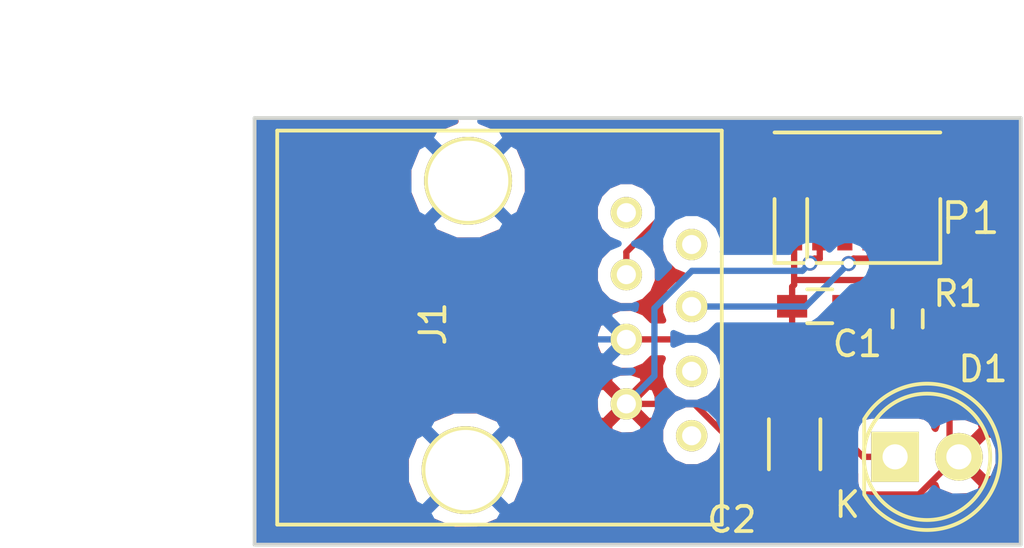
<source format=kicad_pcb>
(kicad_pcb (version 4) (host pcbnew 4.0.1-stable)

  (general
    (links 16)
    (no_connects 0)
    (area 48.924999 28.424999 79.575001 45.575001)
    (thickness 1.6)
    (drawings 6)
    (tracks 62)
    (zones 0)
    (modules 6)
    (nets 11)
  )

  (page A4)
  (layers
    (0 F.Cu signal)
    (31 B.Cu signal)
    (32 B.Adhes user)
    (33 F.Adhes user)
    (34 B.Paste user)
    (35 F.Paste user)
    (36 B.SilkS user)
    (37 F.SilkS user)
    (38 B.Mask user)
    (39 F.Mask user)
    (40 Dwgs.User user)
    (41 Cmts.User user)
    (42 Eco1.User user)
    (43 Eco2.User user)
    (44 Edge.Cuts user)
    (45 Margin user)
    (46 B.CrtYd user)
    (47 F.CrtYd user)
    (48 B.Fab user)
    (49 F.Fab user)
  )

  (setup
    (last_trace_width 0.25)
    (trace_clearance 0.2)
    (zone_clearance 0.508)
    (zone_45_only yes)
    (trace_min 0.2)
    (segment_width 0.2)
    (edge_width 0.15)
    (via_size 0.6)
    (via_drill 0.4)
    (via_min_size 0.4)
    (via_min_drill 0.3)
    (uvia_size 0.3)
    (uvia_drill 0.1)
    (uvias_allowed no)
    (uvia_min_size 0.2)
    (uvia_min_drill 0.1)
    (pcb_text_width 0.3)
    (pcb_text_size 1.5 1.5)
    (mod_edge_width 0.15)
    (mod_text_size 1 1)
    (mod_text_width 0.15)
    (pad_size 1.524 1.524)
    (pad_drill 0.762)
    (pad_to_mask_clearance 0.2)
    (aux_axis_origin 0 0)
    (visible_elements 7FFFFFFF)
    (pcbplotparams
      (layerselection 0x00030_80000001)
      (usegerberextensions false)
      (excludeedgelayer true)
      (linewidth 0.100000)
      (plotframeref false)
      (viasonmask false)
      (mode 1)
      (useauxorigin false)
      (hpglpennumber 1)
      (hpglpenspeed 20)
      (hpglpendiameter 15)
      (hpglpenoverlay 2)
      (psnegative false)
      (psa4output false)
      (plotreference true)
      (plotvalue true)
      (plotinvisibletext false)
      (padsonsilk false)
      (subtractmaskfromsilk false)
      (outputformat 1)
      (mirror false)
      (drillshape 1)
      (scaleselection 1)
      (outputdirectory ""))
  )

  (net 0 "")
  (net 1 +5V)
  (net 2 Earth)
  (net 3 "Net-(D1-Pad1)")
  (net 4 "Net-(J1-Pad7)")
  (net 5 /Tx)
  (net 6 "Net-(J1-Pad3)")
  (net 7 "Net-(J1-Pad1)")
  (net 8 /Rx)
  (net 9 "Net-(J1-Pad8)")
  (net 10 "Net-(P1-Pad6)")

  (net_class Default "This is the default net class."
    (clearance 0.2)
    (trace_width 0.25)
    (via_dia 0.6)
    (via_drill 0.4)
    (uvia_dia 0.3)
    (uvia_drill 0.1)
    (add_net +5V)
    (add_net /Rx)
    (add_net /Tx)
    (add_net Earth)
    (add_net "Net-(D1-Pad1)")
    (add_net "Net-(J1-Pad1)")
    (add_net "Net-(J1-Pad3)")
    (add_net "Net-(J1-Pad7)")
    (add_net "Net-(J1-Pad8)")
    (add_net "Net-(P1-Pad6)")
  )

  (module Capacitors_SMD:C_0603_HandSoldering (layer F.Cu) (tedit 57D5F2A2) (tstamp 57B3B63C)
    (at 75 36.5 90)
    (descr "Capacitor SMD 0603, hand soldering")
    (tags "capacitor 0603")
    (path /57AD048F)
    (attr smd)
    (fp_text reference C1 (at -1 -2 180) (layer F.SilkS)
      (effects (font (size 1 1) (thickness 0.15)))
    )
    (fp_text value 0.1u (at 0 1.9 90) (layer F.Fab)
      (effects (font (size 1 1) (thickness 0.15)))
    )
    (fp_line (start -1.85 -0.75) (end 1.85 -0.75) (layer F.CrtYd) (width 0.05))
    (fp_line (start -1.85 0.75) (end 1.85 0.75) (layer F.CrtYd) (width 0.05))
    (fp_line (start -1.85 -0.75) (end -1.85 0.75) (layer F.CrtYd) (width 0.05))
    (fp_line (start 1.85 -0.75) (end 1.85 0.75) (layer F.CrtYd) (width 0.05))
    (fp_line (start -0.35 -0.6) (end 0.35 -0.6) (layer F.SilkS) (width 0.15))
    (fp_line (start 0.35 0.6) (end -0.35 0.6) (layer F.SilkS) (width 0.15))
    (pad 1 smd rect (at -0.95 0 90) (size 1.2 0.75) (layers F.Cu F.Paste F.Mask)
      (net 1 +5V))
    (pad 2 smd rect (at 0.95 0 90) (size 1.2 0.75) (layers F.Cu F.Paste F.Mask)
      (net 2 Earth))
    (model Capacitors_SMD.3dshapes/C_0603_HandSoldering.wrl
      (at (xyz 0 0 0))
      (scale (xyz 1 1 1))
      (rotate (xyz 0 0 0))
    )
  )

  (module Capacitors_SMD:C_1206_HandSoldering (layer F.Cu) (tedit 57D5F2B7) (tstamp 57B3B642)
    (at 70.5 41.5 90)
    (descr "Capacitor SMD 1206, hand soldering")
    (tags "capacitor 1206")
    (path /57AD04B6)
    (attr smd)
    (fp_text reference C2 (at -3 -2.5 180) (layer F.SilkS)
      (effects (font (size 1 1) (thickness 0.15)))
    )
    (fp_text value 10u (at 0 2.3 90) (layer F.Fab)
      (effects (font (size 1 1) (thickness 0.15)))
    )
    (fp_line (start -3.3 -1.15) (end 3.3 -1.15) (layer F.CrtYd) (width 0.05))
    (fp_line (start -3.3 1.15) (end 3.3 1.15) (layer F.CrtYd) (width 0.05))
    (fp_line (start -3.3 -1.15) (end -3.3 1.15) (layer F.CrtYd) (width 0.05))
    (fp_line (start 3.3 -1.15) (end 3.3 1.15) (layer F.CrtYd) (width 0.05))
    (fp_line (start 1 -1.025) (end -1 -1.025) (layer F.SilkS) (width 0.15))
    (fp_line (start -1 1.025) (end 1 1.025) (layer F.SilkS) (width 0.15))
    (pad 1 smd rect (at -2 0 90) (size 2 1.6) (layers F.Cu F.Paste F.Mask)
      (net 1 +5V))
    (pad 2 smd rect (at 2 0 90) (size 2 1.6) (layers F.Cu F.Paste F.Mask)
      (net 2 Earth))
    (model Capacitors_SMD.3dshapes/C_1206_HandSoldering.wrl
      (at (xyz 0 0 0))
      (scale (xyz 1 1 1))
      (rotate (xyz 0 0 0))
    )
  )

  (module LEDs:LED-5MM (layer F.Cu) (tedit 57D5F292) (tstamp 57B3B648)
    (at 74.5 42)
    (descr "LED 5mm round vertical")
    (tags "LED 5mm round vertical")
    (path /57AD06F7)
    (fp_text reference D1 (at 3.5 -3.5) (layer F.SilkS)
      (effects (font (size 1 1) (thickness 0.15)))
    )
    (fp_text value LED (at 1.524 -3.937) (layer F.Fab)
      (effects (font (size 1 1) (thickness 0.15)))
    )
    (fp_line (start -1.5 -1.55) (end -1.5 1.55) (layer F.CrtYd) (width 0.05))
    (fp_arc (start 1.3 0) (end -1.5 1.55) (angle -302) (layer F.CrtYd) (width 0.05))
    (fp_arc (start 1.27 0) (end -1.23 -1.5) (angle 297.5) (layer F.SilkS) (width 0.15))
    (fp_line (start -1.23 1.5) (end -1.23 -1.5) (layer F.SilkS) (width 0.15))
    (fp_circle (center 1.27 0) (end 0.97 -2.5) (layer F.SilkS) (width 0.15))
    (fp_text user K (at -1.905 1.905) (layer F.SilkS)
      (effects (font (size 1 1) (thickness 0.15)))
    )
    (pad 1 thru_hole rect (at 0 0 90) (size 2 1.9) (drill 1.00076) (layers *.Cu *.Mask F.SilkS)
      (net 3 "Net-(D1-Pad1)"))
    (pad 2 thru_hole circle (at 2.54 0) (size 1.9 1.9) (drill 1.00076) (layers *.Cu *.Mask F.SilkS)
      (net 1 +5V))
    (model LEDs.3dshapes/LED-5MM.wrl
      (at (xyz 0.05 0 0))
      (scale (xyz 1 1 1))
      (rotate (xyz 0 0 90))
    )
  )

  (module Libraries:RJ45_Header (layer F.Cu) (tedit 57AD1F28) (tstamp 57B3B656)
    (at 57.5 31 270)
    (path /57AD03A7)
    (fp_text reference J1 (at 5.7 1.4 270) (layer F.SilkS)
      (effects (font (size 1 1) (thickness 0.15)))
    )
    (fp_text value RJ45 (at 5.6 -2.5 270) (layer F.Fab)
      (effects (font (size 1 1) (thickness 0.15)))
    )
    (fp_line (start -2 7.6) (end -2 -10.1) (layer F.SilkS) (width 0.15))
    (fp_line (start -2 -10.1) (end 13.7 -10.1) (layer F.SilkS) (width 0.15))
    (fp_line (start 13.7 -10.1) (end 13.7 7.6) (layer F.SilkS) (width 0.15))
    (fp_line (start 13.7 7.6) (end -2 7.6) (layer F.SilkS) (width 0.15))
    (pad 7 thru_hole circle (at 2.54 -8.9 270) (size 1.25 1.25) (drill 0.76) (layers *.Cu *.Mask F.SilkS)
      (net 4 "Net-(J1-Pad7)"))
    (pad 5 thru_hole circle (at 5.01 -8.9 270) (size 1.25 1.25) (drill 0.76) (layers *.Cu *.Mask F.SilkS)
      (net 5 /Tx))
    (pad 3 thru_hole circle (at 7.59 -8.9 270) (size 1.25 1.25) (drill 0.76) (layers *.Cu *.Mask F.SilkS)
      (net 6 "Net-(J1-Pad3)"))
    (pad 1 thru_hole circle (at 10.16 -8.9 270) (size 1.25 1.25) (drill 0.76) (layers *.Cu *.Mask F.SilkS)
      (net 7 "Net-(J1-Pad1)"))
    (pad 2 thru_hole circle (at 8.89 -6.3 270) (size 1.25 1.25) (drill 0.76) (layers *.Cu *.Mask F.SilkS)
      (net 1 +5V))
    (pad 4 thru_hole circle (at 6.32 -6.3 270) (size 1.25 1.25) (drill 0.76) (layers *.Cu *.Mask F.SilkS)
      (net 2 Earth))
    (pad 6 thru_hole circle (at 3.74 -6.3 270) (size 1.25 1.25) (drill 0.76) (layers *.Cu *.Mask F.SilkS)
      (net 8 /Rx))
    (pad 9 thru_hole circle (at 11.53 0.1 270) (size 3.5 3.5) (drill 3.2) (layers *.Cu *.Mask F.SilkS)
      (net 2 Earth))
    (pad 9 thru_hole circle (at 0 0 270) (size 3.5 3.5) (drill 3.2) (layers *.Cu *.Mask F.SilkS)
      (net 2 Earth))
    (pad 8 thru_hole circle (at 1.27 -6.3 270) (size 1.25 1.25) (drill 0.76) (layers *.Cu *.Mask F.SilkS)
      (net 9 "Net-(J1-Pad8)"))
  )

  (module Libraries:JST-6 (layer F.Cu) (tedit 57D5F2B1) (tstamp 57B3B667)
    (at 73 33)
    (path /57AD01F4)
    (fp_text reference P1 (at 4.5 -0.5) (layer F.SilkS)
      (effects (font (size 1.2 1.2) (thickness 0.15)))
    )
    (fp_text value CONN_01X06 (at 0 -2.475) (layer F.Fab)
      (effects (font (size 1.2 1.2) (thickness 0.15)))
    )
    (fp_line (start -3.3 -3.925) (end 3.3 -3.925) (layer F.SilkS) (width 0.15))
    (fp_line (start 3.3 -1.275) (end 3.3 1.275) (layer F.SilkS) (width 0.15))
    (fp_line (start 3.3 1.275) (end -3.3 1.275) (layer F.SilkS) (width 0.15))
    (fp_line (start -3.3 1.275) (end -3.3 -1.275) (layer F.SilkS) (width 0.15))
    (fp_line (start -2 -1.275) (end -2 1.275) (layer F.SilkS) (width 0.15))
    (pad 6 smd rect (at 3.8 -2.6) (size 1.2 1.8) (layers F.Cu F.Paste F.Mask)
      (net 10 "Net-(P1-Pad6)"))
    (pad 1 smd rect (at -2.5 0) (size 0.6 1.55) (layers F.Cu F.Paste F.Mask)
      (net 2 Earth))
    (pad 2 smd rect (at -1.5 0) (size 0.6 1.55) (layers F.Cu F.Paste F.Mask)
      (net 1 +5V))
    (pad 3 smd rect (at -0.5 0) (size 0.6 1.55) (layers F.Cu F.Paste F.Mask)
      (net 8 /Rx))
    (pad 4 smd rect (at 0.5 0) (size 0.6 1.55) (layers F.Cu F.Paste F.Mask)
      (net 5 /Tx))
    (pad 5 smd rect (at 1.5 0) (size 0.6 1.55) (layers F.Cu F.Paste F.Mask)
      (net 2 Earth))
    (pad 6 smd rect (at 2.5 0) (size 0.6 1.55) (layers F.Cu F.Paste F.Mask)
      (net 10 "Net-(P1-Pad6)"))
    (pad 1 smd rect (at -3.8 -2.55) (size 1.2 1.8) (layers F.Cu F.Paste F.Mask)
      (net 2 Earth))
  )

  (module Resistors_SMD:R_0603_HandSoldering (layer F.Cu) (tedit 57D5F29E) (tstamp 57B3B66D)
    (at 71.5 36 180)
    (descr "Resistor SMD 0603, hand soldering")
    (tags "resistor 0603")
    (path /57AD0800)
    (attr smd)
    (fp_text reference R1 (at -5.5 0.5 180) (layer F.SilkS)
      (effects (font (size 1 1) (thickness 0.15)))
    )
    (fp_text value 150 (at 0 1.9 180) (layer F.Fab)
      (effects (font (size 1 1) (thickness 0.15)))
    )
    (fp_line (start -2 -0.8) (end 2 -0.8) (layer F.CrtYd) (width 0.05))
    (fp_line (start -2 0.8) (end 2 0.8) (layer F.CrtYd) (width 0.05))
    (fp_line (start -2 -0.8) (end -2 0.8) (layer F.CrtYd) (width 0.05))
    (fp_line (start 2 -0.8) (end 2 0.8) (layer F.CrtYd) (width 0.05))
    (fp_line (start 0.5 0.675) (end -0.5 0.675) (layer F.SilkS) (width 0.15))
    (fp_line (start -0.5 -0.675) (end 0.5 -0.675) (layer F.SilkS) (width 0.15))
    (pad 1 smd rect (at -1.1 0 180) (size 1.2 0.9) (layers F.Cu F.Paste F.Mask)
      (net 3 "Net-(D1-Pad1)"))
    (pad 2 smd rect (at 1.1 0 180) (size 1.2 0.9) (layers F.Cu F.Paste F.Mask)
      (net 2 Earth))
    (model Resistors_SMD.3dshapes/R_0603_HandSoldering.wrl
      (at (xyz 0 0 0))
      (scale (xyz 1 1 1))
      (rotate (xyz 0 0 0))
    )
  )

  (dimension 17 (width 0.3) (layer Cmts.User)
    (gr_text "17.000 mm" (at 45.15 37 270) (layer Cmts.User)
      (effects (font (size 1.5 1.5) (thickness 0.3)))
    )
    (feature1 (pts (xy 49 45.5) (xy 43.8 45.5)))
    (feature2 (pts (xy 49 28.5) (xy 43.8 28.5)))
    (crossbar (pts (xy 46.5 28.5) (xy 46.5 45.5)))
    (arrow1a (pts (xy 46.5 45.5) (xy 45.913579 44.373496)))
    (arrow1b (pts (xy 46.5 45.5) (xy 47.086421 44.373496)))
    (arrow2a (pts (xy 46.5 28.5) (xy 45.913579 29.626504)))
    (arrow2b (pts (xy 46.5 28.5) (xy 47.086421 29.626504)))
  )
  (dimension 30.5 (width 0.3) (layer Cmts.User)
    (gr_text "30.500 mm" (at 64.25 25.65) (layer Cmts.User)
      (effects (font (size 1.5 1.5) (thickness 0.3)))
    )
    (feature1 (pts (xy 79.5 28.5) (xy 79.5 24.3)))
    (feature2 (pts (xy 49 28.5) (xy 49 24.3)))
    (crossbar (pts (xy 49 27) (xy 79.5 27)))
    (arrow1a (pts (xy 79.5 27) (xy 78.373496 27.586421)))
    (arrow1b (pts (xy 79.5 27) (xy 78.373496 26.413579)))
    (arrow2a (pts (xy 49 27) (xy 50.126504 27.586421)))
    (arrow2b (pts (xy 49 27) (xy 50.126504 26.413579)))
  )
  (gr_line (start 79.5 28.5) (end 49 28.5) (angle 90) (layer Edge.Cuts) (width 0.15))
  (gr_line (start 79.5 45.5) (end 79.5 28.5) (angle 90) (layer Edge.Cuts) (width 0.15))
  (gr_line (start 49 45.5) (end 79.5 45.5) (angle 90) (layer Edge.Cuts) (width 0.15))
  (gr_line (start 49 28.5) (end 49 45.5) (angle 90) (layer Edge.Cuts) (width 0.15))

  (via (at 71.1115 34.283) (size 0.6) (layers F.Cu B.Cu) (net 1))
  (segment (start 66.5032 39.89) (end 63.8 39.89) (width 0.25) (layer F.Cu) (net 1))
  (segment (start 69.3747 42.7615) (end 66.5032 39.89) (width 0.25) (layer F.Cu) (net 1))
  (segment (start 69.3747 43.5) (end 69.3747 42.7615) (width 0.25) (layer F.Cu) (net 1))
  (segment (start 70.5 43.5) (end 69.3747 43.5) (width 0.25) (layer F.Cu) (net 1))
  (segment (start 76.6676 42.2793) (end 76.6676 42) (width 0.25) (layer F.Cu) (net 1))
  (segment (start 75.4469 43.5) (end 76.6676 42.2793) (width 0.25) (layer F.Cu) (net 1))
  (segment (start 70.5 43.5) (end 75.4469 43.5) (width 0.25) (layer F.Cu) (net 1))
  (segment (start 76.6676 42) (end 77.04 42) (width 0.25) (layer F.Cu) (net 1))
  (segment (start 76.6676 38.4173) (end 75.7003 37.45) (width 0.25) (layer F.Cu) (net 1))
  (segment (start 76.6676 42) (end 76.6676 38.4173) (width 0.25) (layer F.Cu) (net 1))
  (segment (start 75 37.45) (end 75.7003 37.45) (width 0.25) (layer F.Cu) (net 1))
  (segment (start 71.5 33) (end 71.5 34.1003) (width 0.25) (layer F.Cu) (net 1))
  (segment (start 70.8069 34.5876) (end 71.1115 34.283) (width 0.25) (layer B.Cu) (net 1))
  (segment (start 66.4115 34.5876) (end 70.8069 34.5876) (width 0.25) (layer B.Cu) (net 1))
  (segment (start 64.9183 36.0808) (end 66.4115 34.5876) (width 0.25) (layer B.Cu) (net 1))
  (segment (start 64.9183 38.7717) (end 64.9183 36.0808) (width 0.25) (layer B.Cu) (net 1))
  (segment (start 63.8 39.89) (end 64.9183 38.7717) (width 0.25) (layer B.Cu) (net 1))
  (segment (start 71.2942 34.1003) (end 71.1115 34.283) (width 0.25) (layer F.Cu) (net 1))
  (segment (start 71.5 34.1003) (end 71.2942 34.1003) (width 0.25) (layer F.Cu) (net 1))
  (segment (start 75 35.55) (end 75 34.6247) (width 0.25) (layer F.Cu) (net 2))
  (segment (start 74.5 33) (end 74.5 34.1247) (width 0.25) (layer F.Cu) (net 2))
  (segment (start 74.5 34.1247) (end 75 34.6247) (width 0.25) (layer F.Cu) (net 2))
  (segment (start 63.8 37.32) (end 61.855 37.32) (width 0.25) (layer B.Cu) (net 2))
  (segment (start 61.855 35.355) (end 61.855 37.32) (width 0.25) (layer B.Cu) (net 2))
  (segment (start 57.5 31) (end 61.855 35.355) (width 0.25) (layer B.Cu) (net 2))
  (segment (start 61.855 38.075) (end 57.4 42.53) (width 0.25) (layer B.Cu) (net 2))
  (segment (start 61.855 37.32) (end 61.855 38.075) (width 0.25) (layer B.Cu) (net 2))
  (segment (start 70.5 39.5) (end 70.5 38.1747) (width 0.25) (layer F.Cu) (net 2))
  (segment (start 63.8 37.32) (end 70.4 37.32) (width 0.25) (layer F.Cu) (net 2))
  (segment (start 70.4 38.0747) (end 70.5 38.1747) (width 0.25) (layer F.Cu) (net 2))
  (segment (start 70.4 37.32) (end 70.4 38.0747) (width 0.25) (layer F.Cu) (net 2))
  (segment (start 70.4 36) (end 70.4 37.32) (width 0.25) (layer F.Cu) (net 2))
  (segment (start 73.6711 34.9536) (end 74.5 34.1247) (width 0.25) (layer F.Cu) (net 2))
  (segment (start 70.4799 34.9536) (end 73.6711 34.9536) (width 0.25) (layer F.Cu) (net 2))
  (segment (start 70.4799 35.1448) (end 70.4 35.2247) (width 0.25) (layer F.Cu) (net 2))
  (segment (start 70.4799 34.9536) (end 70.4799 35.1448) (width 0.25) (layer F.Cu) (net 2))
  (segment (start 70.4 36) (end 70.4 35.2247) (width 0.25) (layer F.Cu) (net 2))
  (segment (start 70.4799 33.0201) (end 70.4799 34.9536) (width 0.25) (layer F.Cu) (net 2))
  (segment (start 70.5 33) (end 70.4799 33.0201) (width 0.25) (layer F.Cu) (net 2))
  (segment (start 70.2756 31.6753) (end 69.2 31.6753) (width 0.25) (layer F.Cu) (net 2))
  (segment (start 70.5 31.8997) (end 70.2756 31.6753) (width 0.25) (layer F.Cu) (net 2))
  (segment (start 70.5 33) (end 70.5 31.8997) (width 0.25) (layer F.Cu) (net 2))
  (segment (start 69.2 30.45) (end 69.2 31.6753) (width 0.25) (layer F.Cu) (net 2))
  (segment (start 72.6 41.3753) (end 73.2247 42) (width 0.25) (layer F.Cu) (net 3))
  (segment (start 72.6 36) (end 72.6 41.3753) (width 0.25) (layer F.Cu) (net 3))
  (segment (start 74.5 42) (end 73.2247 42) (width 0.25) (layer F.Cu) (net 3))
  (via (at 72.6483 34.2987) (size 0.6) (layers F.Cu B.Cu) (net 5))
  (segment (start 73.5 33) (end 73.5 34.1003) (width 0.25) (layer F.Cu) (net 5))
  (segment (start 70.937 36.01) (end 72.6483 34.2987) (width 0.25) (layer B.Cu) (net 5))
  (segment (start 66.4 36.01) (end 70.937 36.01) (width 0.25) (layer B.Cu) (net 5))
  (segment (start 72.8467 34.1003) (end 72.6483 34.2987) (width 0.25) (layer F.Cu) (net 5))
  (segment (start 73.5 34.1003) (end 72.8467 34.1003) (width 0.25) (layer F.Cu) (net 5))
  (segment (start 72.5 31.7429) (end 72.5 33) (width 0.25) (layer F.Cu) (net 8))
  (segment (start 69.9817 29.2246) (end 72.5 31.7429) (width 0.25) (layer F.Cu) (net 8))
  (segment (start 68.4174 29.2246) (end 69.9817 29.2246) (width 0.25) (layer F.Cu) (net 8))
  (segment (start 63.8 33.842) (end 68.4174 29.2246) (width 0.25) (layer F.Cu) (net 8))
  (segment (start 63.8 34.74) (end 63.8 33.842) (width 0.25) (layer F.Cu) (net 8))
  (segment (start 75.7744 31.6253) (end 76.8 31.6253) (width 0.25) (layer F.Cu) (net 10))
  (segment (start 75.5 31.8997) (end 75.7744 31.6253) (width 0.25) (layer F.Cu) (net 10))
  (segment (start 75.5 33) (end 75.5 31.8997) (width 0.25) (layer F.Cu) (net 10))
  (segment (start 76.8 30.4) (end 76.8 31.6253) (width 0.25) (layer F.Cu) (net 10))

  (zone (net 2) (net_name Earth) (layer B.Cu) (tstamp 57B3B7B3) (hatch edge 0.508)
    (connect_pads (clearance 0.508))
    (min_thickness 0.254)
    (fill yes (arc_segments 16) (thermal_gap 0.508) (thermal_bridge_width 0.508))
    (polygon
      (pts
        (xy 49.5 28.5) (xy 79.5 28.5) (xy 79.5 45.5) (xy 49 45.5) (xy 49 28.5)
        (xy 50 28.5) (xy 52 28.5)
      )
    )
    (filled_polygon
      (pts
        (xy 56.175364 28.960729) (xy 55.985077 29.305472) (xy 57.5 30.820395) (xy 59.014923 29.305472) (xy 58.824636 28.960729)
        (xy 57.988402 28.627) (xy 79.373 28.627) (xy 79.373 45.373) (xy 49.127 45.373) (xy 49.127 44.224528)
        (xy 55.885077 44.224528) (xy 56.075364 44.569271) (xy 56.956591 44.920956) (xy 57.905323 44.908641) (xy 58.724636 44.569271)
        (xy 58.914923 44.224528) (xy 57.4 42.709605) (xy 55.885077 44.224528) (xy 49.127 44.224528) (xy 49.127 42.086591)
        (xy 55.009044 42.086591) (xy 55.021359 43.035323) (xy 55.360729 43.854636) (xy 55.705472 44.044923) (xy 57.220395 42.53)
        (xy 57.579605 42.53) (xy 59.094528 44.044923) (xy 59.439271 43.854636) (xy 59.790956 42.973409) (xy 59.778641 42.024677)
        (xy 59.52384 41.40953) (xy 65.139782 41.40953) (xy 65.331201 41.8728) (xy 65.685335 42.227553) (xy 66.148271 42.419781)
        (xy 66.64953 42.420218) (xy 67.1128 42.228799) (xy 67.467553 41.874665) (xy 67.659781 41.411729) (xy 67.660139 41)
        (xy 72.90256 41) (xy 72.90256 43) (xy 72.946838 43.235317) (xy 73.08591 43.451441) (xy 73.29811 43.596431)
        (xy 73.55 43.64744) (xy 75.45 43.64744) (xy 75.685317 43.603162) (xy 75.901441 43.46409) (xy 76.046431 43.25189)
        (xy 76.047055 43.248808) (xy 76.140997 43.342914) (xy 76.723341 43.584724) (xy 77.353893 43.585275) (xy 77.936657 43.344481)
        (xy 78.382914 42.899003) (xy 78.624724 42.316659) (xy 78.625275 41.686107) (xy 78.384481 41.103343) (xy 77.939003 40.657086)
        (xy 77.356659 40.415276) (xy 76.726107 40.414725) (xy 76.143343 40.655519) (xy 76.045663 40.753029) (xy 75.91409 40.548559)
        (xy 75.70189 40.403569) (xy 75.45 40.35256) (xy 73.55 40.35256) (xy 73.314683 40.396838) (xy 73.098559 40.53591)
        (xy 72.953569 40.74811) (xy 72.90256 41) (xy 67.660139 41) (xy 67.660218 40.91047) (xy 67.468799 40.4472)
        (xy 67.114665 40.092447) (xy 66.651729 39.900219) (xy 66.15047 39.899782) (xy 65.6872 40.091201) (xy 65.332447 40.445335)
        (xy 65.140219 40.908271) (xy 65.139782 41.40953) (xy 59.52384 41.40953) (xy 59.439271 41.205364) (xy 59.094528 41.015077)
        (xy 57.579605 42.53) (xy 57.220395 42.53) (xy 55.705472 41.015077) (xy 55.360729 41.205364) (xy 55.009044 42.086591)
        (xy 49.127 42.086591) (xy 49.127 40.835472) (xy 55.885077 40.835472) (xy 57.4 42.350395) (xy 58.914923 40.835472)
        (xy 58.724636 40.490729) (xy 57.843409 40.139044) (xy 56.894677 40.151359) (xy 56.075364 40.490729) (xy 55.885077 40.835472)
        (xy 49.127 40.835472) (xy 49.127 37.145056) (xy 62.527283 37.145056) (xy 62.557215 37.64542) (xy 62.69111 37.968675)
        (xy 62.919122 38.021273) (xy 63.620395 37.32) (xy 62.919122 36.618727) (xy 62.69111 36.671325) (xy 62.527283 37.145056)
        (xy 49.127 37.145056) (xy 49.127 32.694528) (xy 55.985077 32.694528) (xy 56.175364 33.039271) (xy 57.056591 33.390956)
        (xy 58.005323 33.378641) (xy 58.824636 33.039271) (xy 59.014923 32.694528) (xy 58.839925 32.51953) (xy 62.539782 32.51953)
        (xy 62.731201 32.9828) (xy 63.085335 33.337553) (xy 63.489014 33.505175) (xy 63.0872 33.671201) (xy 62.732447 34.025335)
        (xy 62.540219 34.488271) (xy 62.539782 34.98953) (xy 62.731201 35.4528) (xy 63.085335 35.807553) (xy 63.548271 35.999781)
        (xy 64.04953 36.000218) (xy 64.185505 35.944035) (xy 64.1583 36.0808) (xy 64.1583 36.110692) (xy 63.974944 36.047283)
        (xy 63.47458 36.077215) (xy 63.151325 36.21111) (xy 63.098727 36.439122) (xy 63.8 37.140395) (xy 63.814143 37.126253)
        (xy 63.993748 37.305858) (xy 63.979605 37.32) (xy 63.993748 37.334143) (xy 63.814143 37.513748) (xy 63.8 37.499605)
        (xy 63.098727 38.200878) (xy 63.151325 38.42889) (xy 63.625056 38.592717) (xy 64.047768 38.56743) (xy 63.985037 38.630161)
        (xy 63.55047 38.629782) (xy 63.0872 38.821201) (xy 62.732447 39.175335) (xy 62.540219 39.638271) (xy 62.539782 40.13953)
        (xy 62.731201 40.6028) (xy 63.085335 40.957553) (xy 63.548271 41.149781) (xy 64.04953 41.150218) (xy 64.5128 40.958799)
        (xy 64.867553 40.604665) (xy 65.059781 40.141729) (xy 65.060162 39.70464) (xy 65.396544 39.368258) (xy 65.685335 39.657553)
        (xy 66.148271 39.849781) (xy 66.64953 39.850218) (xy 67.1128 39.658799) (xy 67.467553 39.304665) (xy 67.659781 38.841729)
        (xy 67.660218 38.34047) (xy 67.468799 37.8772) (xy 67.114665 37.522447) (xy 66.651729 37.330219) (xy 66.15047 37.329782)
        (xy 65.6872 37.521201) (xy 65.6783 37.530085) (xy 65.6783 37.070506) (xy 65.685335 37.077553) (xy 66.148271 37.269781)
        (xy 66.64953 37.270218) (xy 67.1128 37.078799) (xy 67.422139 36.77) (xy 70.937 36.77) (xy 71.227839 36.712148)
        (xy 71.474401 36.547401) (xy 72.78798 35.233822) (xy 72.833467 35.233862) (xy 73.177243 35.091817) (xy 73.440492 34.829027)
        (xy 73.583138 34.485499) (xy 73.583462 34.113533) (xy 73.441417 33.769757) (xy 73.178627 33.506508) (xy 72.835099 33.363862)
        (xy 72.463133 33.363538) (xy 72.119357 33.505583) (xy 71.887563 33.736973) (xy 71.641827 33.490808) (xy 71.298299 33.348162)
        (xy 70.926333 33.347838) (xy 70.582557 33.489883) (xy 70.319308 33.752673) (xy 70.288195 33.8276) (xy 67.644886 33.8276)
        (xy 67.659781 33.791729) (xy 67.660218 33.29047) (xy 67.468799 32.8272) (xy 67.114665 32.472447) (xy 66.651729 32.280219)
        (xy 66.15047 32.279782) (xy 65.6872 32.471201) (xy 65.332447 32.825335) (xy 65.140219 33.288271) (xy 65.139782 33.78953)
        (xy 65.331201 34.2528) (xy 65.501201 34.423097) (xy 65.059892 34.864406) (xy 65.060218 34.49047) (xy 64.868799 34.0272)
        (xy 64.514665 33.672447) (xy 64.110986 33.504825) (xy 64.5128 33.338799) (xy 64.867553 32.984665) (xy 65.059781 32.521729)
        (xy 65.060218 32.02047) (xy 64.868799 31.5572) (xy 64.514665 31.202447) (xy 64.051729 31.010219) (xy 63.55047 31.009782)
        (xy 63.0872 31.201201) (xy 62.732447 31.555335) (xy 62.540219 32.018271) (xy 62.539782 32.51953) (xy 58.839925 32.51953)
        (xy 57.5 31.179605) (xy 55.985077 32.694528) (xy 49.127 32.694528) (xy 49.127 30.556591) (xy 55.109044 30.556591)
        (xy 55.121359 31.505323) (xy 55.460729 32.324636) (xy 55.805472 32.514923) (xy 57.320395 31) (xy 57.679605 31)
        (xy 59.194528 32.514923) (xy 59.539271 32.324636) (xy 59.890956 31.443409) (xy 59.878641 30.494677) (xy 59.539271 29.675364)
        (xy 59.194528 29.485077) (xy 57.679605 31) (xy 57.320395 31) (xy 55.805472 29.485077) (xy 55.460729 29.675364)
        (xy 55.109044 30.556591) (xy 49.127 30.556591) (xy 49.127 28.627) (xy 56.981058 28.627)
      )
    )
  )
  (zone (net 1) (net_name +5V) (layer F.Cu) (tstamp 57B3B7CA) (hatch edge 0.508)
    (connect_pads (clearance 0.508))
    (min_thickness 0.254)
    (fill yes (arc_segments 16) (thermal_gap 0.508) (thermal_bridge_width 0.508))
    (polygon
      (pts
        (xy 79.5 45.5) (xy 49 45.5) (xy 49 28.5) (xy 79.5 28.5) (xy 79.5 45.5)
      )
    )
    (filled_polygon
      (pts
        (xy 56.150771 28.976916) (xy 55.479274 29.647242) (xy 55.115415 30.523513) (xy 55.114587 31.472325) (xy 55.476916 32.349229)
        (xy 56.147242 33.020726) (xy 57.023513 33.384585) (xy 57.972325 33.385413) (xy 58.849229 33.023084) (xy 59.520726 32.352758)
        (xy 59.884585 31.476487) (xy 59.885413 30.527675) (xy 59.523084 29.650771) (xy 58.852758 28.979274) (xy 58.004387 28.627)
        (xy 67.970093 28.627) (xy 67.879999 28.687199) (xy 64.910083 31.657115) (xy 64.868799 31.5572) (xy 64.514665 31.202447)
        (xy 64.051729 31.010219) (xy 63.55047 31.009782) (xy 63.0872 31.201201) (xy 62.732447 31.555335) (xy 62.540219 32.018271)
        (xy 62.539782 32.51953) (xy 62.731201 32.9828) (xy 63.085335 33.337553) (xy 63.206862 33.388015) (xy 63.097852 33.551161)
        (xy 63.070697 33.687675) (xy 62.732447 34.025335) (xy 62.540219 34.488271) (xy 62.539782 34.98953) (xy 62.731201 35.4528)
        (xy 63.085335 35.807553) (xy 63.548271 35.999781) (xy 64.04953 36.000218) (xy 64.5128 35.808799) (xy 64.867553 35.454665)
        (xy 65.059781 34.991729) (xy 65.060218 34.49047) (xy 64.868799 34.0272) (xy 64.779279 33.937523) (xy 65.139967 33.576835)
        (xy 65.139782 33.78953) (xy 65.331201 34.2528) (xy 65.685335 34.607553) (xy 66.089014 34.775175) (xy 65.6872 34.941201)
        (xy 65.332447 35.295335) (xy 65.140219 35.758271) (xy 65.139782 36.25953) (xy 65.263934 36.56) (xy 64.821681 36.56)
        (xy 64.514665 36.252447) (xy 64.051729 36.060219) (xy 63.55047 36.059782) (xy 63.0872 36.251201) (xy 62.732447 36.605335)
        (xy 62.540219 37.068271) (xy 62.539782 37.56953) (xy 62.731201 38.0328) (xy 63.085335 38.387553) (xy 63.548271 38.579781)
        (xy 64.04953 38.580218) (xy 64.5128 38.388799) (xy 64.822139 38.08) (xy 65.247463 38.08) (xy 65.140219 38.338271)
        (xy 65.139782 38.83953) (xy 65.331201 39.3028) (xy 65.685335 39.657553) (xy 66.148271 39.849781) (xy 66.64953 39.850218)
        (xy 67.1128 39.658799) (xy 67.467553 39.304665) (xy 67.659781 38.841729) (xy 67.660218 38.34047) (xy 67.552594 38.08)
        (xy 69.218434 38.08) (xy 69.103569 38.24811) (xy 69.05256 38.5) (xy 69.05256 40.5) (xy 69.096838 40.735317)
        (xy 69.23591 40.951441) (xy 69.44811 41.096431) (xy 69.7 41.14744) (xy 71.3 41.14744) (xy 71.535317 41.103162)
        (xy 71.751441 40.96409) (xy 71.84 40.83448) (xy 71.84 41.3753) (xy 71.897852 41.666139) (xy 72.062599 41.912701)
        (xy 72.687299 42.537401) (xy 72.90256 42.681234) (xy 72.90256 43) (xy 72.946838 43.235317) (xy 73.08591 43.451441)
        (xy 73.29811 43.596431) (xy 73.55 43.64744) (xy 75.45 43.64744) (xy 75.685317 43.603162) (xy 75.901441 43.46409)
        (xy 76.046431 43.25189) (xy 76.066418 43.15319) (xy 76.103256 43.116352) (xy 76.195792 43.378019) (xy 76.787398 43.596188)
        (xy 77.417461 43.571352) (xy 77.884208 43.378019) (xy 77.976745 43.11635) (xy 77.04 42.179605) (xy 77.025858 42.193748)
        (xy 76.846253 42.014143) (xy 76.860395 42) (xy 77.219605 42) (xy 78.15635 42.936745) (xy 78.418019 42.844208)
        (xy 78.636188 42.252602) (xy 78.611352 41.622539) (xy 78.418019 41.155792) (xy 78.15635 41.063255) (xy 77.219605 42)
        (xy 76.860395 42) (xy 76.846253 41.985858) (xy 77.025858 41.806253) (xy 77.04 41.820395) (xy 77.976745 40.88365)
        (xy 77.884208 40.621981) (xy 77.292602 40.403812) (xy 76.662539 40.428648) (xy 76.195792 40.621981) (xy 76.103256 40.883648)
        (xy 76.069125 40.849517) (xy 76.053162 40.764683) (xy 75.91409 40.548559) (xy 75.70189 40.403569) (xy 75.45 40.35256)
        (xy 73.55 40.35256) (xy 73.36 40.388311) (xy 73.36 37.73575) (xy 73.99 37.73575) (xy 73.99 38.176309)
        (xy 74.086673 38.409698) (xy 74.265301 38.588327) (xy 74.49869 38.685) (xy 74.71425 38.685) (xy 74.873 38.52625)
        (xy 74.873 37.577) (xy 75.127 37.577) (xy 75.127 38.52625) (xy 75.28575 38.685) (xy 75.50131 38.685)
        (xy 75.734699 38.588327) (xy 75.913327 38.409698) (xy 76.01 38.176309) (xy 76.01 37.73575) (xy 75.85125 37.577)
        (xy 75.127 37.577) (xy 74.873 37.577) (xy 74.14875 37.577) (xy 73.99 37.73575) (xy 73.36 37.73575)
        (xy 73.36 37.067334) (xy 73.435317 37.053162) (xy 73.651441 36.91409) (xy 73.796431 36.70189) (xy 73.84744 36.45)
        (xy 73.84744 35.678523) (xy 73.961939 35.655748) (xy 73.97756 35.64531) (xy 73.97756 36.15) (xy 74.021838 36.385317)
        (xy 74.088329 36.488646) (xy 74.086673 36.490302) (xy 73.99 36.723691) (xy 73.99 37.16425) (xy 74.14875 37.323)
        (xy 74.873 37.323) (xy 74.873 37.303) (xy 75.127 37.303) (xy 75.127 37.323) (xy 75.85125 37.323)
        (xy 76.01 37.16425) (xy 76.01 36.723691) (xy 75.913327 36.490302) (xy 75.911957 36.488932) (xy 75.971431 36.40189)
        (xy 76.02244 36.15) (xy 76.02244 34.95) (xy 75.978162 34.714683) (xy 75.83909 34.498559) (xy 75.727686 34.42244)
        (xy 75.8 34.42244) (xy 76.035317 34.378162) (xy 76.251441 34.23909) (xy 76.396431 34.02689) (xy 76.44744 33.775)
        (xy 76.44744 32.3853) (xy 76.8 32.3853) (xy 77.090839 32.327448) (xy 77.337401 32.162701) (xy 77.492915 31.929957)
        (xy 77.635317 31.903162) (xy 77.851441 31.76409) (xy 77.996431 31.55189) (xy 78.04744 31.3) (xy 78.04744 29.5)
        (xy 78.003162 29.264683) (xy 77.86409 29.048559) (xy 77.65189 28.903569) (xy 77.4 28.85256) (xy 76.2 28.85256)
        (xy 75.964683 28.896838) (xy 75.748559 29.03591) (xy 75.603569 29.24811) (xy 75.55256 29.5) (xy 75.55256 30.909427)
        (xy 75.48356 30.923152) (xy 75.236999 31.087899) (xy 74.962599 31.362299) (xy 74.81653 31.580907) (xy 74.8 31.57756)
        (xy 74.2 31.57756) (xy 73.992658 31.616574) (xy 73.8 31.57756) (xy 73.227112 31.57756) (xy 73.202148 31.452061)
        (xy 73.037401 31.205499) (xy 70.519101 28.687199) (xy 70.429007 28.627) (xy 79.373 28.627) (xy 79.373 45.373)
        (xy 49.127 45.373) (xy 49.127 43.002325) (xy 55.014587 43.002325) (xy 55.376916 43.879229) (xy 56.047242 44.550726)
        (xy 56.923513 44.914585) (xy 57.872325 44.915413) (xy 58.749229 44.553084) (xy 59.420726 43.882758) (xy 59.461007 43.78575)
        (xy 69.065 43.78575) (xy 69.065 44.626309) (xy 69.161673 44.859698) (xy 69.340301 45.038327) (xy 69.57369 45.135)
        (xy 70.21425 45.135) (xy 70.373 44.97625) (xy 70.373 43.627) (xy 70.627 43.627) (xy 70.627 44.97625)
        (xy 70.78575 45.135) (xy 71.42631 45.135) (xy 71.659699 45.038327) (xy 71.838327 44.859698) (xy 71.935 44.626309)
        (xy 71.935 43.78575) (xy 71.77625 43.627) (xy 70.627 43.627) (xy 70.373 43.627) (xy 69.22375 43.627)
        (xy 69.065 43.78575) (xy 59.461007 43.78575) (xy 59.784585 43.006487) (xy 59.785413 42.057675) (xy 59.517606 41.40953)
        (xy 65.139782 41.40953) (xy 65.331201 41.8728) (xy 65.685335 42.227553) (xy 66.148271 42.419781) (xy 66.64953 42.420218)
        (xy 66.762134 42.373691) (xy 69.065 42.373691) (xy 69.065 43.21425) (xy 69.22375 43.373) (xy 70.373 43.373)
        (xy 70.373 42.02375) (xy 70.627 42.02375) (xy 70.627 43.373) (xy 71.77625 43.373) (xy 71.935 43.21425)
        (xy 71.935 42.373691) (xy 71.838327 42.140302) (xy 71.659699 41.961673) (xy 71.42631 41.865) (xy 70.78575 41.865)
        (xy 70.627 42.02375) (xy 70.373 42.02375) (xy 70.21425 41.865) (xy 69.57369 41.865) (xy 69.340301 41.961673)
        (xy 69.161673 42.140302) (xy 69.065 42.373691) (xy 66.762134 42.373691) (xy 67.1128 42.228799) (xy 67.467553 41.874665)
        (xy 67.659781 41.411729) (xy 67.660218 40.91047) (xy 67.468799 40.4472) (xy 67.114665 40.092447) (xy 66.651729 39.900219)
        (xy 66.15047 39.899782) (xy 65.6872 40.091201) (xy 65.332447 40.445335) (xy 65.140219 40.908271) (xy 65.139782 41.40953)
        (xy 59.517606 41.40953) (xy 59.423084 41.180771) (xy 59.013906 40.770878) (xy 63.098727 40.770878) (xy 63.151325 40.99889)
        (xy 63.625056 41.162717) (xy 64.12542 41.132785) (xy 64.448675 40.99889) (xy 64.501273 40.770878) (xy 63.8 40.069605)
        (xy 63.098727 40.770878) (xy 59.013906 40.770878) (xy 58.752758 40.509274) (xy 57.876487 40.145415) (xy 56.927675 40.144587)
        (xy 56.050771 40.506916) (xy 55.379274 41.177242) (xy 55.015415 42.053513) (xy 55.014587 43.002325) (xy 49.127 43.002325)
        (xy 49.127 39.715056) (xy 62.527283 39.715056) (xy 62.557215 40.21542) (xy 62.69111 40.538675) (xy 62.919122 40.591273)
        (xy 63.620395 39.89) (xy 63.979605 39.89) (xy 64.680878 40.591273) (xy 64.90889 40.538675) (xy 65.072717 40.064944)
        (xy 65.042785 39.56458) (xy 64.90889 39.241325) (xy 64.680878 39.188727) (xy 63.979605 39.89) (xy 63.620395 39.89)
        (xy 62.919122 39.188727) (xy 62.69111 39.241325) (xy 62.527283 39.715056) (xy 49.127 39.715056) (xy 49.127 39.009122)
        (xy 63.098727 39.009122) (xy 63.8 39.710395) (xy 64.501273 39.009122) (xy 64.448675 38.78111) (xy 63.974944 38.617283)
        (xy 63.47458 38.647215) (xy 63.151325 38.78111) (xy 63.098727 39.009122) (xy 49.127 39.009122) (xy 49.127 28.627)
        (xy 56.997633 28.627)
      )
    )
    (filled_polygon
      (pts
        (xy 71.55256 33.147) (xy 71.44744 33.147) (xy 71.44744 32.853) (xy 71.55256 32.853)
      )
    )
  )
)

</source>
